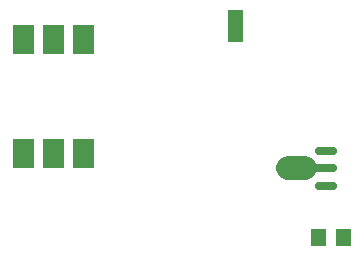
<source format=gtp>
G04 Layer: TopPasteMaskLayer*
G04 EasyEDA v6.4.19.4, 2021-06-26T11:34:46+02:00*
G04 Gerber Generator version 0.2*
G04 Scale: 100 percent, Rotated: No, Reflected: No *
G04 Dimensions in inches *
G04 leading zeros omitted , absolute positions ,3 integer and 6 decimal *
%FSLAX36Y36*%
%MOIN*%

%ADD12C,0.0787*%
%ADD13C,0.0276*%

%LPD*%
D12*
X1375327Y2005000D02*
G01*
X1316271Y2005000D01*
D13*
X1467858Y2005000D02*
G01*
X1412740Y2005000D01*
X1467821Y2064099D02*
G01*
X1420577Y2064099D01*
X1467821Y1945900D02*
G01*
X1420577Y1945900D01*
G36*
X1393050Y1802550D02*
G01*
X1444250Y1802550D01*
X1444250Y1747449D01*
X1393050Y1747449D01*
G37*
G36*
X1475749Y1802550D02*
G01*
X1526949Y1802550D01*
X1526949Y1747449D01*
X1475749Y1747449D01*
G37*
G36*
X399960Y2102244D02*
G01*
X470039Y2102244D01*
X470039Y2007755D01*
X399960Y2007755D01*
G37*
G36*
X499960Y2102244D02*
G01*
X570039Y2102244D01*
X570039Y2007755D01*
X499960Y2007755D01*
G37*
G36*
X599960Y2102244D02*
G01*
X670039Y2102244D01*
X670039Y2007755D01*
X599960Y2007755D01*
G37*
G36*
X599960Y2482244D02*
G01*
X670039Y2482244D01*
X670039Y2387755D01*
X599960Y2387755D01*
G37*
G36*
X499960Y2482244D02*
G01*
X570039Y2482244D01*
X570039Y2387755D01*
X499960Y2387755D01*
G37*
G36*
X399960Y2482244D02*
G01*
X470039Y2482244D01*
X470039Y2387755D01*
X399960Y2387755D01*
G37*
G36*
X1165627Y2533150D02*
G01*
X1118383Y2533150D01*
X1118383Y2426849D01*
X1165627Y2426849D01*
G37*
M02*

</source>
